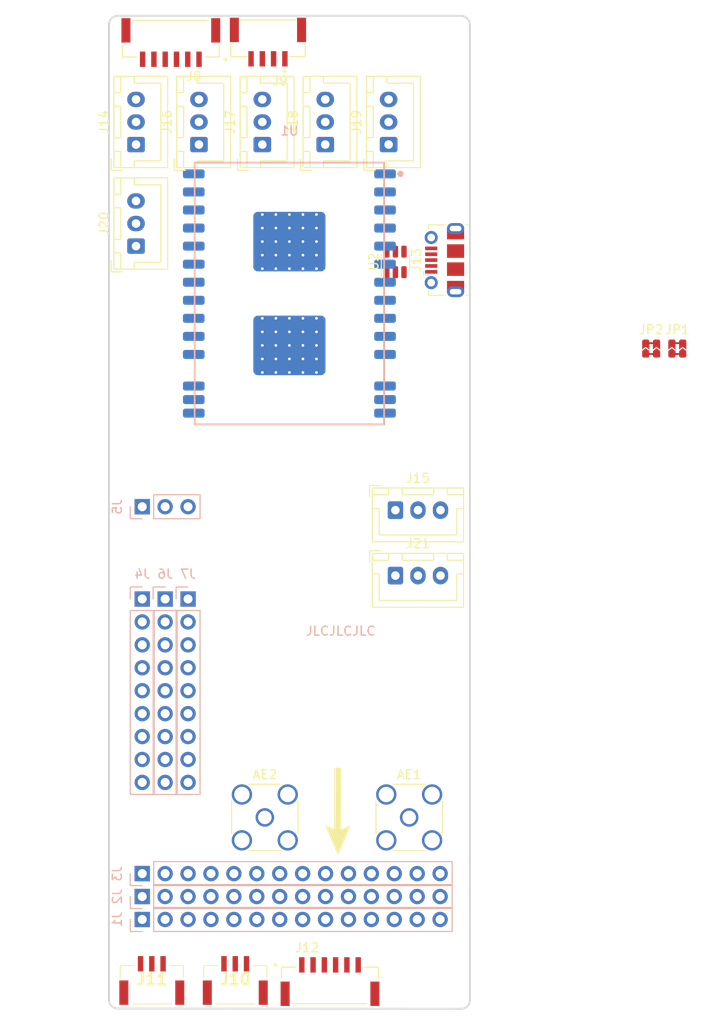
<source format=kicad_pcb>
(kicad_pcb (version 20240108) (generator "pcbnew") (generator_version "8.0")
  (layers (0 "F.Cu" signal) (1 "In1.Cu" power) (2 "In2.Cu" power) (31 "B.Cu" signal) (34 "B.Paste" user) (35 "F.Paste" user) (36 "B.SilkS" user "B.Silkscreen") (37 "F.SilkS" user "F.Silkscreen") (38 "B.Mask" user) (39 "F.Mask" user) (44 "Edge.Cuts" user))
  (net 0 "")
  (net 1 "+5V")
  (net 2 "GND")
  (net 3 "+9V")
  (net 4 "/LED")
  (net 5 "/Peripheral_Breakouts/Tx8")
  (net 6 "/Peripheral_Breakouts/Rx8")
  (net 7 "/Peripheral_Breakouts/Tx4")
  (net 8 "/Peripheral_Breakouts/Rx4")
  (net 9 "/Peripheral_Breakouts/Tx6")
  (net 10 "/Peripheral_Breakouts/Rx6")
  (net 11 "/Peripheral_Breakouts/4v5")
  (net 12 "/Peripheral_Breakouts/Vx")
  (net 13 "/Peripheral_Breakouts/S12")
  (net 14 "/Peripheral_Breakouts/Tx3")
  (net 15 "/Peripheral_Breakouts/Rx3")
  (net 16 "/Peripheral_Breakouts/DA1")
  (net 17 "/Peripheral_Breakouts/CL1")
  (net 18 "/Peripheral_Breakouts/Tx2")
  (net 19 "/Peripheral_Breakouts/Rx2")
  (net 20 "/Peripheral_Breakouts/S11")
  (net 21 "/Servo_Outputs/S10")
  (net 22 "/Servo_Outputs/S9")
  (net 23 "/Servo_Outputs/S8")
  (net 24 "/Servo_Outputs/S7")
  (net 25 "/Connector_Breakouts/4v5")
  (net 26 "/Connector_Breakouts/Rx6")
  (net 27 "/Connector_Breakouts/Tx4")
  (net 28 "/RFD900ux/SWO")
  (net 29 "/RFD900ux/P3.3")
  (net 30 "/RFD900ux/P3.4")
  (net 31 "/RFD900ux/P3.5")
  (net 32 "/RFD900ux/3.3Vout_LDO")
  (net 33 "/RFD900ux/P1.0")
  (net 34 "/RFD900ux/P1.1")
  (net 35 "/RFD900ux/P1.2")
  (net 36 "/RFD900ux/P1.3")
  (net 37 "/RFD900ux/SiRX")
  (net 38 "/RFD900ux/SiTX")
  (net 39 "/RFD900ux/SiRTS")
  (net 40 "/RFD900ux/SiCTS")
  (net 41 "/RFD900ux/ANT2")
  (net 42 "/RFD900ux/ANT1")
  (net 45 "VBUS")
  (net 46 "/RFD900ux/USB2_D-")
  (net 47 "/RFD900ux/USB2_D+")
  (net 49 "/RFD900ux/USB_D+")
  (net 50 "/RFD900ux/USB_D-")
  (net 51 "/VTX_Out")
  (net 52 "/Camera1")
  (net 53 "/Tx7")
  (net 54 "/Camera2")
  (net 55 "/Cts7")
  (net 56 "/Rx7")
  (net 57 "/Tx1")
  (net 58 "/Rts7")
  (net 59 "/Vsw")
  (net 60 "/Rx1")
  (net 61 "/Connector_Breakouts/Servo1_PWM")
  (net 62 "/Connector_Breakouts/Servo_PWR")
  (net 63 "/Connector_Breakouts/Servo5_PWM")
  (net 64 "/Connector_Breakouts/Servo3_PWM")
  (net 65 "/Connector_Breakouts/Servo4_PWM")
  (net 66 "/Connector_Breakouts/Servo2_PWM")
  (net 67 "/Connector_Breakouts/Servo6_PWM")
  (net 68 "/Audio_Out")
  (footprint "LOGO" (layer "F.Cu") (at 130.151 157.404 -90)
    (property "Reference" "G***" (hide yes))
    (property "Value" "LOGO" (hide yes))
  )
  (footprint "Footprints:JST_SM03B-GHS-TB(LF)(SN)-" (layer "F.Cu") (at 109.75 175.1)
    (property "Reference" "J11" (at 0 0.858 360) (layer "F.SilkS") (effects (font (size 1.27 1.27) (thickness 0.254))))
    (property "Value" "SM03B-GHS-TB(LF)(SN)-" (hide yes))
    (pad "1" smd rect (at -1.25 -0.85) (size 0.6 1.7) (layers "F.Cu" "F.Paste" "F.Mask") (net 59 "/Vsw"))
    (pad "2" smd rect (at 0 -0.85) (size 0.6 1.7) (layers "F.Cu" "F.Paste" "F.Mask") (net 2 "GND"))
    (pad "3" smd rect (at 1.25 -0.85) (size 0.6 1.7) (layers "F.Cu" "F.Paste" "F.Mask") (net 54 "/Camera2"))
    (pad "4" smd rect (at 3.1 2.35) (size 1 2.7) (layers "F.Cu" "F.Paste" "F.Mask"))
    (pad "5" smd rect (at -3.1 2.35) (size 1 2.7) (layers "F.Cu" "F.Paste" "F.Mask"))
  )
  (footprint "Footprints:JST_SM04B-GHS-TB(LF)(SN)-" (layer "F.Cu") (at 122.625 71.725 180)
    (property "Reference" "J9" (at -1.32721 -4.71786 360) (layer "F.SilkS") (effects (font (size 1.001669 1.001669))))
    (property "Value" "SM04B-GHS-TB(LF)(SN)-")
    (pad "1" smd rect (at -1.875 -2.275 270) (size 1.7 0.6) (layers "F.Cu" "F.Paste" "F.Mask") (net 2 "GND"))
    (pad "2" smd rect (at -0.625 -2.275 270) (size 1.7 0.6) (layers "F.Cu" "F.Paste" "F.Mask") (net 25 "/Connector_Breakouts/4v5"))
    (pad "3" smd rect (at 0.625 -2.275 270) (size 1.7 0.6) (layers "F.Cu" "F.Paste" "F.Mask") (net 26 "/Connector_Breakouts/Rx6"))
    (pad "4" smd rect (at 1.875 -2.275 270) (size 1.7 0.6) (layers "F.Cu" "F.Paste" "F.Mask") (net 27 "/Connector_Breakouts/Tx4"))
    (pad "5" smd rect (at 3.725 0.925 270) (size 2.7 1) (layers "F.Cu" "F.Paste" "F.Mask"))
    (pad "6" smd rect (at -3.725 0.925 270) (size 2.7 1) (layers "F.Cu" "F.Paste" "F.Mask"))
  )
  (footprint "Connector_Coaxial:SMA_Amphenol_132134-16_Vertical" (layer "F.Cu") (at 122.277 158.039)
    (property "Reference" "AE2" (at 0 -4.75 0) (layer "F.SilkS"))
    (property "Value" "Antenna_Shield")
    (pad "1" thru_hole circle (at 0 0) (size 2.05 2.05) (drill 1.5) (layers "*.Cu" "*.Mask") (net 42 "/RFD900ux/ANT1"))
    (pad "2" thru_hole circle (at -2.54 -2.54) (size 2.25 2.25) (drill 1.7) (layers "*.Cu" "*.Mask") (net 2 "GND"))
    (pad "2" thru_hole circle (at -2.54 2.54) (size 2.25 2.25) (drill 1.7) (layers "*.Cu" "*.Mask") (net 2 "GND"))
    (pad "2" thru_hole circle (at 2.54 -2.54) (size 2.25 2.25) (drill 1.7) (layers "*.Cu" "*.Mask") (net 2 "GND"))
    (pad "2" thru_hole circle (at 2.54 2.54) (size 2.25 2.25) (drill 1.7) (layers "*.Cu" "*.Mask") (net 2 "GND"))
  )
  (footprint "Connector_JST:JST_XH_B3B-XH-A_1x03_P2.50mm_Vertical" (layer "F.Cu") (at 108 83.5 90)
    (property "Reference" "J14" (at 2.5 -3.55 90) (layer "F.SilkS"))
    (property "Value" "JST 3 Pin")
    (pad "1" thru_hole roundrect (at 0 0 90) (size 1.7 1.95) (drill 0.95) (layers "*.Cu" "*.Mask") (roundrect_rratio 0.147059) (net 62 "/Connector_Breakouts/Servo_PWR"))
    (pad "2" thru_hole oval (at 2.5 0 90) (size 1.7 1.95) (drill 0.95) (layers "*.Cu" "*.Mask") (net 61 "/Connector_Breakouts/Servo1_PWM"))
    (pad "3" thru_hole oval (at 5 0 90) (size 1.7 1.95) (drill 0.95) (layers "*.Cu" "*.Mask") (net 2 "GND"))
  )
  (footprint "Footprints:UART_Switch" (layer "F.Cu") (at 168 106.1)
    (property "Reference" "JP1" (at 0 -2.1 0) (layer "F.SilkS"))
    (property "Value" "UART_Switch")
    (fp_poly (pts (xy -0.2 0.11) (xy -0.61 -0.2) (xy -1 0.11) (xy -1 -0.43) (xy -0.2 -0.43)) (fill solid) (layer "F.Cu"))
    (fp_poly (pts (xy -0.2 0.27) (xy -0.2 0.46) (xy -1 0.46) (xy -1 0.27) (xy -0.61 -0.04)) (fill solid) (layer "F.Cu"))
    (fp_poly (pts (xy 1 0.11) (xy 0.59 -0.2) (xy 0.2 0.11) (xy 0.2 -0.43) (xy 1 -0.43)) (fill solid) (layer "F.Cu"))
    (fp_poly (pts (xy 1 0.27) (xy 1 0.46) (xy 0.2 0.46) (xy 0.2 0.27) (xy 0.59 -0.04)) (fill solid) (layer "F.Cu"))
    (pad "" smd roundrect (at 0 -0.6) (size 0.8 0.2) (layers "F.Cu" "F.Paste" "F.Mask"))
    (pad "" smd roundrect (at 0 0.6) (size 0.8 0.2) (layers "F.Cu" "F.Paste" "F.Mask"))
    (pad "1" smd roundrect (at -0.6 -0.6) (size 0.8 0.8) (layers "F.Cu" "F.Paste" "F.Mask") (net 39 "/RFD900ux/SiRTS"))
    (pad "2" smd roundrect (at 0.6 0.6) (size 0.8 0.8) (layers "F.Cu" "F.Paste" "F.Mask"))
    (pad "3" smd roundrect (at -0.6 0.6) (size 0.8 0.8) (layers "F.Cu" "F.Paste" "F.Mask") (net 40 "/RFD900ux/SiCTS"))
    (pad "4" smd roundrect (at 0.6 -0.6) (size 0.8 0.8) (layers "F.Cu" "F.Paste" "F.Mask"))
  )
  (footprint "Footprints:JST_SM03B-GHS-TB(LF)(SN)-" (layer "F.Cu") (at 119 175.1)
    (property "Reference" "J10" (at 0 0.858 0) (layer "F.SilkS") (effects (font (size 1.27 1.27) (thickness 0.254))))
    (property "Value" "SM03B-GHS-TB(LF)(SN)-" (hide yes))
    (pad "1" smd rect (at -1.25 -0.85) (size 0.6 1.7) (layers "F.Cu" "F.Paste" "F.Mask") (net 3 "+9V"))
    (pad "2" smd rect (at 0 -0.85) (size 0.6 1.7) (layers "F.Cu" "F.Paste" "F.Mask") (net 2 "GND"))
    (pad "3" smd rect (at 1.25 -0.85) (size 0.6 1.7) (layers "F.Cu" "F.Paste" "F.Mask") (net 52 "/Camera1"))
    (pad "4" smd rect (at 3.1 2.35) (size 1 2.7) (layers "F.Cu" "F.Paste" "F.Mask"))
    (pad "5" smd rect (at -3.1 2.35) (size 1 2.7) (layers "F.Cu" "F.Paste" "F.Mask"))
  )
  (footprint "Connector_JST:JST_XH_B3B-XH-A_1x03_P2.50mm_Vertical" (layer "F.Cu") (at 136.75 124)
    (property "Reference" "J15" (at 2.5 -3.55 0) (layer "F.SilkS"))
    (property "Value" "JST 3 Pin")
    (pad "1" thru_hole roundrect (at 0 0) (size 1.7 1.95) (drill 0.95) (layers "*.Cu" "*.Mask") (roundrect_rratio 0.147059) (net 1 "+5V"))
    (pad "2" thru_hole oval (at 2.5 0) (size 1.7 1.95) (drill 0.95) (layers "*.Cu" "*.Mask") (net 4 "/LED"))
    (pad "3" thru_hole oval (at 5 0) (size 1.7 1.95) (drill 0.95) (layers "*.Cu" "*.Mask") (net 2 "GND"))
  )
  (footprint "Connector_JST:JST_XH_B3B-XH-A_1x03_P2.50mm_Vertical" (layer "F.Cu") (at 128.975 83.5 90)
    (property "Reference" "J18" (at 2.5 -3.55 90) (layer "F.SilkS"))
    (property "Value" "JST 3 Pin")
    (pad "1" thru_hole roundrect (at 0 0 90) (size 1.7 1.95) (drill 0.95) (layers "*.Cu" "*.Mask") (roundrect_rratio 0.147059) (net 62 "/Connector_Breakouts/Servo_PWR"))
    (pad "2" thru_hole oval (at 2.5 0 90) (size 1.7 1.95) (drill 0.95) (layers "*.Cu" "*.Mask") (net 65 "/Connector_Breakouts/Servo4_PWM"))
    (pad "3" thru_hole oval (at 5 0 90) (size 1.7 1.95) (drill 0.95) (layers "*.Cu" "*.Mask") (net 2 "GND"))
  )
  (footprint "Connector_JST:JST_XH_B3B-XH-A_1x03_P2.50mm_Vertical" (layer "F.Cu") (at 122 83.5 90)
    (property "Reference" "J17" (at 2.5 -3.55 90) (layer "F.SilkS"))
    (property "Value" "JST 3 Pin")
    (pad "1" thru_hole roundrect (at 0 0 90) (size 1.7 1.95) (drill 0.95) (layers "*.Cu" "*.Mask") (roundrect_rratio 0.147059) (net 62 "/Connector_Breakouts/Servo_PWR"))
    (pad "2" thru_hole oval (at 2.5 0 90) (size 1.7 1.95) (drill 0.95) (layers "*.Cu" "*.Mask") (net 64 "/Connector_Breakouts/Servo3_PWM"))
    (pad "3" thru_hole oval (at 5 0 90) (size 1.7 1.95) (drill 0.95) (layers "*.Cu" "*.Mask") (net 2 "GND"))
  )
  (footprint "Connector_JST:JST_XH_B3B-XH-A_1x03_P2.50mm_Vertical" (layer "F.Cu") (at 136 83.5 90)
    (property "Reference" "J19" (at 2.5 -3.55 90) (layer "F.SilkS"))
    (property "Value" "JST 3 Pin")
    (pad "1" thru_hole roundrect (at 0 0 90) (size 1.7 1.95) (drill 0.95) (layers "*.Cu" "*.Mask") (roundrect_rratio 0.147059) (net 62 "/Connector_Breakouts/Servo_PWR"))
    (pad "2" thru_hole oval (at 2.5 0 90) (size 1.7 1.95) (drill 0.95) (layers "*.Cu" "*.Mask") (net 63 "/Connector_Breakouts/Servo5_PWM"))
    (pad "3" thru_hole oval (at 5 0 90) (size 1.7 1.95) (drill 0.95) (layers "*.Cu" "*.Mask") (net 2 "GND"))
  )
  (footprint "Connector_USB:USB_Micro-B_Molex-105017-0001" (layer "F.Cu") (at 142.1825 96.3 90)
    (property "Reference" "J13" (at 0 -3.1125 90) (layer "F.SilkS"))
    (property "Value" "USB_B_Micro")
    (pad "1" smd rect (at -1.3 -1.4625 90) (size 0.4 1.35) (layers "F.Cu" "F.Paste" "F.Mask") (net 45 "VBUS"))
    (pad "2" smd rect (at -0.65 -1.4625 90) (size 0.4 1.35) (layers "F.Cu" "F.Paste" "F.Mask") (net 46 "/RFD900ux/USB2_D-"))
    (pad "3" smd rect (at 0 -1.4625 90) (size 0.4 1.35) (layers "F.Cu" "F.Paste" "F.Mask") (net 47 "/RFD900ux/USB2_D+"))
    (pad "4" smd rect (at 0.65 -1.4625 90) (size 0.4 1.35) (layers "F.Cu" "F.Paste" "F.Mask"))
    (pad "5" smd rect (at 1.3 -1.4625 90) (size 0.4 1.35) (layers "F.Cu" "F.Paste" "F.Mask") (net 2 "GND"))
    (pad "6" thru_hole oval (at -3.5 1.2375 270) (size 1.2 1.9) (drill oval 0.6 1.3) (layers "*.Cu" "*.Mask") (net 2 "GND"))
    (pad "6" smd rect (at -2.9 1.2375 90) (size 1.2 1.9) (layers "F.Cu" "F.Mask") (net 2 "GND"))
    (pad "6" thru_hole circle (at -2.5 -1.4625 90) (size 1.45 1.45) (drill 0.85) (layers "*.Cu" "*.Mask") (net 2 "GND"))
    (pad "6" smd rect (at -1 1.2375 90) (size 1.5 1.9) (layers "F.Cu" "F.Paste" "F.Mask") (net 2 "GND"))
    (pad "6" smd rect (at 1 1.2375 90) (size 1.5 1.9) (layers "F.Cu" "F.Paste" "F.Mask") (net 2 "GND"))
    (pad "6" thru_hole circle (at 2.5 -1.4625 90) (size 1.45 1.45) (drill 0.85) (layers "*.Cu" "*.Mask") (net 2 "GND"))
    (pad "6" smd rect (at 2.9 1.2375 90) (size 1.2 1.9) (layers "F.Cu" "F.Mask") (net 2 "GND"))
    (pad "6" thru_hole oval (at 3.5 1.2375 90) (size 1.2 1.9) (drill oval 0.6 1.3) (layers "*.Cu" "*.Mask") (net 2 "GND"))
  )
  (footprint "Footprints:JST_SM06B-GHS-TB(LF)(SN)" (layer "F.Cu") (at 129.5 176.25)
    (property "Reference" "J12" (at -2.54 -3.78 0) (layer "F.SilkS"))
    (property "Value" "SM06B-GHS-TB(LF)(SN)")
    (pad "1" smd rect (at -3.125 -1.875 180) (size 0.6 1.7) (layers "F.Cu" "F.Paste" "F.Mask") (net 2 "GND"))
    (pad "2" smd rect (at -1.875 -1.875 180) (size 0.6 1.7) (layers "F.Cu" "F.Paste" "F.Mask") (net 2 "GND"))
    (pad "3" smd rect (at -0.625 -1.875 180) (size 0.6 1.7) (layers "F.Cu" "F.Paste" "F.Mask") (net 68 "/Audio_Out"))
    (pad "4" smd rect (at 0.625 -1.875 180) (size 0.6 1.7) (layers "F.Cu" "F.Paste" "F.Mask") (net 51 "/VTX_Out"))
    (pad "5" smd rect (at 1.875 -1.875 180) (size 0.6 1.7) (layers "F.Cu" "F.Paste" "F.Mask") (net 2 "GND"))
    (pad "6" smd rect (at 3.125 -1.875 180) (size 0.6 1.7) (layers "F.Cu" "F.Paste" "F.Mask") (net 3 "+9V"))
    (pad "S1" smd rect (at -4.975 1.325 180) (size 1 2.7) (layers "F.Cu" "F.Paste" "F.Mask") (net 2 "GND"))
    (pad "S2" smd rect (at 4.975 1.325 180) (size 1 2.7) (layers "F.Cu" "F.Paste" "F.Mask") (net 2 "GND"))
  )
  (footprint "Footprints:JST_SM06B-GHS-TB(LF)(SN)" (layer "F.Cu") (at 111.85875 72.175 180)
    (property "Reference" "J8" (at -2.54 -3.78 360) (layer "F.SilkS"))
    (property "Value" "SM06B-GHS-TB(LF)(SN)")
    (pad "1" smd rect (at -3.125 -1.875) (size 0.6 1.7) (layers "F.Cu" "F.Paste" "F.Mask") (net 1 "+5V"))
    (pad "2" smd rect (at -1.875 -1.875) (size 0.6 1.7) (layers "F.Cu" "F.Paste" "F.Mask") (net 53 "/Tx7"))
    (pad "3" smd rect (at -0.625 -1.875) (size 0.6 1.7) (layers "F.Cu" "F.Paste" "F.Mask") (net 56 "/Rx7"))
    (pad "4" smd rect (at 0.625 -1.875) (size 0.6 1.7) (layers "F.Cu" "F.Paste" "F.Mask") (net 58 "/Rts7"))
    (pad "5" smd rect (at 1.875 -1.875) (size 0.6 1.7) (layers "F.Cu" "F.Paste" "F.Mask") (net 55 "/Cts7"))
    (pad "6" smd rect (at 3.125 -1.875) (size 0.6 1.7) (layers "F.Cu" "F.Paste" "F.Mask") (net 2 "GND"))
    (pad "S1" smd rect (at -4.975 1.325) (size 1 2.7) (layers "F.Cu" "F.Paste" "F.Mask") (net 2 "GND"))
    (pad "S2" smd rect (at 4.975 1.325) (size 1 2.7) (layers "F.Cu" "F.Paste" "F.Mask") (net 2 "GND"))
  )
  (footprint "Connector_JST:JST_XH_B3B-XH-A_1x03_P2.50mm_Vertical" (layer "F.Cu") (at 136.75 131.25)
    (property "Reference" "J21" (at 2.5 -3.55 0) (layer "F.SilkS"))
    (property "Value" "JST 3 Pin")
    (pad "1" thru_hole roundrect (at 0 0) (size 1.7 1.95) (drill 0.95) (layers "*.Cu" "*.Mask") (roundrect_rratio 0.147059) (net 1 "+5V"))
    (pad "2" thru_hole oval (at 2.5 0) (size 1.7 1.95) (drill 0.95) (layers "*.Cu" "*.Mask") (net 4 "/LED"))
    (pad "3" thru_hole oval (at 5 0) (size 1.7 1.95) (drill 0.95) (layers "*.Cu" "*.Mask") (net 2 "GND"))
  )
  (footprint "Connector_Coaxial:SMA_Amphenol_132134-16_Vertical" (layer "F.Cu") (at 138.279 158.039)
    (property "Reference" "AE1" (at 0 -4.75 0) (layer "F.SilkS"))
    (property "Value" "Antenna_Shield")
    (pad "1" thru_hole circle (at 0 0) (size 2.05 2.05) (drill 1.5) (layers "*.Cu" "*.Mask") (net 41 "/RFD900ux/ANT2"))
    (pad "2" thru_hole circle (at -2.54 -2.54) (size 2.25 2.25) (drill 1.7) (layers "*.Cu" "*.Mask") (net 2 "GND"))
    (pad "2" thru_hole circle (at -2.54 2.54) (size 2.25 2.25) (drill 1.7) (layers "*.Cu" "*.Mask") (net 2 "GND"))
    (pad "2" thru_hole circle (at 2.54 -2.54) (size 2.25 2.25) (drill 1.7) (layers "*.Cu" "*.Mask") (net 2 "GND"))
    (pad "2" thru_hole circle (at 2.54 2.54) (size 2.25 2.25) (drill 1.7) (layers "*.Cu" "*.Mask") (net 2 "GND"))
  )
  (footprint "Connector_JST:JST_XH_B3B-XH-A_1x03_P2.50mm_Vertical" (layer "F.Cu") (at 108 94.75 90)
    (property "Reference" "J20" (at 2.5 -3.55 90) (layer "F.SilkS"))
    (property "Value" "JST 3 Pin")
    (pad "1" thru_hole roundrect (at 0 0 90) (size 1.7 1.95) (drill 0.95) (layers "*.Cu" "*.Mask") (roundrect_rratio 0.147059) (net 62 "/Connector_Breakouts/Servo_PWR"))
    (pad "2" thru_hole oval (at 2.5 0 90) (size 1.7 1.95) (drill 0.95) (layers "*.Cu" "*.Mask") (net 67 "/Connector_Breakouts/Servo6_PWM"))
    (pad "3" thru_hole oval (at 5 0 90) (size 1.7 1.95) (drill 0.95) (layers "*.Cu" "*.Mask") (net 2 "GND"))
  )
  (footprint "Footprints:UART_Switch" (layer "F.Cu") (at 165.1 106.1)
    (property "Reference" "JP2" (at 0 -2.1 0) (layer "F.SilkS"))
    (property "Value" "UART_Switch")
    (fp_poly (pts (xy -0.2 0.11) (xy -0.61 -0.2) (xy -1 0.11) (xy -1 -0.43) (xy -0.2 -0.43)) (fill solid) (layer "F.Cu"))
    (fp_poly (pts (xy -0.2 0.27) (xy -0.2 0.46) (xy -1 0.46) (xy -1 0.27) (xy -0.61 -0.04)) (fill solid) (layer "F.Cu"))
    (fp_poly (pts (xy 1 0.11) (xy 0.59 -0.2) (xy 0.2 0.11) (xy 0.2 -0.43) (xy 1 -0.43)) (fill solid) (layer "F.Cu"))
    (fp_poly (pts (xy 1 0.27) (xy 1 0.46) (xy 0.2 0.46) (xy 0.2 0.27) (xy 0.59 -0.04)) (fill solid) (layer "F.Cu"))
    (pad "" smd roundrect (at 0 -0.6) (size 0.8 0.2) (layers "F.Cu" "F.Paste" "F.Mask"))
    (pad "" smd roundrect (at 0 0.6) (size 0.8 0.2) (layers "F.Cu" "F.Paste" "F.Mask"))
    (pad "1" smd roundrect (at -0.6 -0.6) (size 0.8 0.8) (layers "F.Cu" "F.Paste" "F.Mask") (net 38 "/RFD900ux/SiTX"))
    (pad "2" smd roundrect (at 0.6 0.6) (size 0.8 0.8) (layers "F.Cu" "F.Paste" "F.Mask") (net 57 "/Tx1"))
    (pad "3" smd roundrect (at -0.6 0.6) (size 0.8 0.8) (layers "F.Cu" "F.Paste" "F.Mask") (net 37 "/RFD900ux/SiRX"))
    (pad "4" smd roundrect (at 0.6 -0.6) (size 0.8 0.8) (layers "F.Cu" "F.Paste" "F.Mask") (net 60 "/Rx1"))
  )
  (footprint "Package_TO_SOT_SMD:SOT-23-6" (layer "F.Cu") (at 136.75 96.5 90)
    (property "Reference" "U2" (at 0 -2.4 90) (layer "F.SilkS"))
    (property "Value" "USBLC6-2SC6")
    (pad "1" smd roundrect (at -1.1375 -0.95 90) (size 1.325 0.6) (layers "F.Cu" "F.Paste" "F.Mask") (net 47 "/RFD900ux/USB2_D+"))
    (pad "2" smd roundrect (at -1.1375 0 90) (size 1.325 0.6) (layers "F.Cu" "F.Paste" "F.Mask") (net 2 "GND"))
    (pad "3" smd roundrect (at -1.1375 0.95 90) (size 1.325 0.6) (layers "F.Cu" "F.Paste" "F.Mask") (net 46 "/RFD900ux/USB2_D-"))
    (pad "4" smd roundrect (at 1.1375 0.95 90) (size 1.325 0.6) (layers "F.Cu" "F.Paste" "F.Mask") (net 50 "/RFD900ux/USB_D-"))
    (pad "5" smd roundrect (at 1.1375 0 90) (size 1.325 0.6) (layers "F.Cu" "F.Paste" "F.Mask") (net 45 "VBUS"))
    (pad "6" smd roundrect (at 1.1375 -0.95 90) (size 1.325 0.6) (layers "F.Cu" "F.Paste" "F.Mask") (net 49 "/RFD900ux/USB_D+"))
  )
  (footprint "Connector_JST:JST_XH_B3B-XH-A_1x03_P2.50mm_Vertical" (layer "F.Cu") (at 114.975 83.5 90)
    (property "Reference" "J16" (at 2.5 -3.55 90) (layer "F.SilkS"))
    (property "Value" "JST 3 Pin")
    (pad "1" thru_hole roundrect (at 0 0 90) (size 1.7 1.95) (drill 0.95) (layers "*.Cu" "*.Mask") (roundrect_rratio 0.147059) (net 62 "/Connector_Breakouts/Servo_PWR"))
    (pad "2" thru_hole oval (at 2.5 0 90) (size 1.7 1.95) (drill 0.95) (layers "*.Cu" "*.Mask") (net 66 "/Connector_Breakouts/Servo2_PWM"))
    (pad "3" thru_hole oval (at 5 0 90) (size 1.7 1.95) (drill 0.95) (layers "*.Cu" "*.Mask") (net 2 "GND"))
  )
  (footprint "Connector_PinSocket_2.54mm:PinSocket_1x09_P2.54mm_Vertical" (layer "B.Cu") (at 111.228 133.842 180)
    (property "Reference" "J6" (at 0 2.77 0) (layer "B.SilkS") (effects (justify mirror)))
    (property "Value" "Conn_01x09")
    (pad "1" thru_hole rect (at 0 0 180) (size 1.7 1.7) (drill 1) (layers "*.Cu" "*.Mask") (net 62 "/Connector_Breakouts/Servo_PWR"))
    (pad "2" thru_hole oval (at 0 -2.54 180) (size 1.7 1.7) (drill 1) (layers "*.Cu" "*.Mask") (net 62 "/Connector_Breakouts/Servo_PWR"))
    (pad "3" thru_hole oval (at 0 -5.08 180) (size 1.7 1.7) (drill 1) (layers "*.Cu" "*.Mask") (net 62 "/Connector_Breakouts/Servo_PWR"))
    (pad "4" thru_hole oval (at 0 -7.62 180) (size 1.7 1.7) (drill 1) (layers "*.Cu" "*.Mask") (net 62 "/Connector_Breakouts/Servo_PWR"))
    (pad "5" thru_hole oval (at 0 -10.16 180) (size 1.7 1.7) (drill 1) (layers "*.Cu" "*.Mask") (net 62 "/Connector_Breakouts/Servo_PWR"))
    (pad "6" thru_hole oval (at 0 -12.7 180) (size 1.7 1.7) (drill 1) (layers "*.Cu" "*.Mask") (net 62 "/Connector_Breakouts/Servo_PWR"))
    (pad "7" thru_hole oval (at 0 -15.24 180) (size 1.7 1.7) (drill 1) (layers "*.Cu" "*.Mask") (net 62 "/Connector_Breakouts/Servo_PWR"))
    (pad "8" thru_hole oval (at 0 -17.78 180) (size 1.7 1.7) (drill 1) (layers "*.Cu" "*.Mask") (net 62 "/Connector_Breakouts/Servo_PWR"))
    (pad "9" thru_hole oval (at 0 -20.32 180) (size 1.7 1.7) (drill 1) (layers "*.Cu" "*.Mask") (net 62 "/Connector_Breakouts/Servo_PWR"))
  )
  (footprint "Connector_PinSocket_2.54mm:PinSocket_1x14_P2.54mm_Vertical" (layer "B.Cu") (at 108.688 169.342 -90)
    (property "Reference" "J1" (at 0 2.77 90) (layer "B.SilkS") (effects (justify mirror)))
    (property "Value" "Conn_01x14")
    (pad "1" thru_hole rect (at 0 0 270) (size 1.7 1.7) (drill 1) (layers "*.Cu" "*.Mask") (net 2 "GND"))
    (pad "2" thru_hole oval (at 0 -2.54 270) (size 1.7 1.7) (drill 1) (layers "*.Cu" "*.Mask") (net 1 "+5V"))
    (pad "3" thru_hole oval (at 0 -5.08 270) (size 1.7 1.7) (drill 1) (layers "*.Cu" "*.Mask") (net 4 "/LED"))
    (pad "4" thru_hole oval (at 0 -7.62 270) (size 1.7 1.7) (drill 1) (layers "*.Cu" "*.Mask") (net 51 "/VTX_Out"))
    (pad "5" thru_hole oval (at 0 -10.16 270) (size 1.7 1.7) (drill 1) (layers "*.Cu" "*.Mask") (net 3 "+9V"))
    (pad "6" thru_hole oval (at 0 -12.7 270) (size 1.7 1.7) (drill 1) (layers "*.Cu" "*.Mask") (net 2 "GND"))
    (pad "7" thru_hole oval (at 0 -15.24 270) (size 1.7 1.7) (drill 1) (layers "*.Cu" "*.Mask") (net 5 "/Peripheral_Breakouts/Tx8"))
    (pad "8" thru_hole oval (at 0 -17.78 270) (size 1.7 1.7) (drill 1) (layers "*.Cu" "*.Mask") (net 6 "/Peripheral_Breakouts/Rx8"))
    (pad "9" thru_hole oval (at 0 -20.32 270) (size 1.7 1.7) (drill 1) (layers "*.Cu" "*.Mask") (net 7 "/Peripheral_Breakouts/Tx4"))
    (pad "10" thru_hole oval (at 0 -22.86 270) (size 1.7 1.7) (drill 1) (layers "*.Cu" "*.Mask") (net 8 "/Peripheral_Breakouts/Rx4"))
    (pad "11" thru_hole oval (at 0 -25.4 270) (size 1.7 1.7) (drill 1) (layers "*.Cu" "*.Mask") (net 9 "/Peripheral_Breakouts/Tx6"))
    (pad "12" thru_hole oval (at 0 -27.94 270) (size 1.7 1.7) (drill 1) (layers "*.Cu" "*.Mask") (net 10 "/Peripheral_Breakouts/Rx6"))
    (pad "13" thru_hole oval (at 0 -30.48 270) (size 1.7 1.7) (drill 1) (layers "*.Cu" "*.Mask") (net 11 "/Peripheral_Breakouts/4v5"))
    (pad "14" thru_hole oval (at 0 -33.02 270) (size 1.7 1.7) (drill 1) (layers "*.Cu" "*.Mask") (net 2 "GND"))
  )
  (footprint "Connector_PinSocket_2.54mm:PinSocket_1x09_P2.54mm_Vertical" (layer "B.Cu") (at 108.688 133.842 180)
    (property "Reference" "J4" (at 0 2.77 0) (layer "B.SilkS") (effects (justify mirror)))
    (property "Value" "Conn_01x09")
    (pad "1" thru_hole rect (at 0 0 180) (size 1.7 1.7) (drill 1) (layers "*.Cu" "*.Mask") (net 2 "GND"))
    (pad "2" thru_hole oval (at 0 -2.54 180) (size 1.7 1.7) (drill 1) (layers "*.Cu" "*.Mask") (net 2 "GND"))
    (pad "3" thru_hole oval (at 0 -5.08 180) (size 1.7 1.7) (drill 1) (layers "*.Cu" "*.Mask") (net 2 "GND"))
    (pad "4" thru_hole oval (at 0 -7.62 180) (size 1.7 1.7) (drill 1) (layers "*.Cu" "*.Mask") (net 2 "GND"))
    (pad "5" thru_hole oval (at 0 -10.16 180) (size 1.7 1.7) (drill 1) (layers "*.Cu" "*.Mask") (net 2 "GND"))
    (pad "6" thru_hole oval (at 0 -12.7 180) (size 1.7 1.7) (drill 1) (layers "*.Cu" "*.Mask") (net 2 "GND"))
    (pad "7" thru_hole oval (at 0 -15.24 180) (size 1.7 1.7) (drill 1) (layers "*.Cu" "*.Mask") (net 2 "GND"))
    (pad "8" thru_hole oval (at 0 -17.78 180) (size 1.7 1.7) (drill 1) (layers "*.Cu" "*.Mask") (net 2 "GND"))
    (pad "9" thru_hole oval (at 0 -20.32 180) (size 1.7 1.7) (drill 1) (layers "*.Cu" "*.Mask") (net 2 "GND"))
  )
  (footprint "Connector_PinSocket_2.54mm:PinSocket_1x09_P2.54mm_Vertical" (layer "B.Cu") (at 113.768 133.842 180)
    (property "Reference" "J7" (at 0 2.77 0) (layer "B.SilkS") (effects (justify mirror)))
    (property "Value" "Conn_01x09")
    (pad "1" thru_hole rect (at 0 0 180) (size 1.7 1.7) (drill 1) (layers "*.Cu" "*.Mask") (net 66 "/Connector_Breakouts/Servo2_PWM"))
    (pad "2" thru_hole oval (at 0 -2.54 180) (size 1.7 1.7) (drill 1) (layers "*.Cu" "*.Mask") (net 64 "/Connector_Breakouts/Servo3_PWM"))
    (pad "3" thru_hole oval (at 0 -5.08 180) (size 1.7 1.7) (drill 1) (layers "*.Cu" "*.Mask") (net 65 "/Connector_Breakouts/Servo4_PWM"))
    (pad "4" thru_hole oval (at 0 -7.62 180) (size 1.7 1.7) (drill 1) (layers "*.Cu" "*.Mask") (net 63 "/Connector_Breakouts/Servo5_PWM"))
    (pad "5" thru_hole oval (at 0 -10.16 180) (size 1.7 1.7) (drill 1) (layers "*.Cu" "*.Mask") (net 67 "/Connector_Breakouts/Servo6_PWM"))
    (pad "6" thru_hole oval (at 0 -12.7 180) (size 1.7 1.7) (drill 1) (layers "*.Cu" "*.Mask") (net 24 "/Servo_Outputs/S7"))
    (pad "7" thru_hole oval (at 0 -15.24 180) (size 1.7 1.7) (drill 1) (layers "*.Cu" "*.Mask") (net 23 "/Servo_Outputs/S8"))
    (pad "8" thru_hole oval (at 0 -17.78 180) (size 1.7 1.7) (drill 1) (layers "*.Cu" "*.Mask") (net 22 "/Servo_Outputs/S9"))
    (pad "9" thru_hole oval (at 0 -20.32 180) (size 1.7 1.7) (drill 1) (layers "*.Cu" "*.Mask") (net 21 "/Servo_Outputs/S10"))
  )
  (footprint "Connector_PinSocket_2.54mm:PinSocket_1x14_P2.54mm_Vertical" (layer "B.Cu") (at 108.688 166.802 -90)
    (property "Reference" "J2" (at 0 2.77 90) (layer "B.SilkS") (effects (justify mirror)))
    (property "Value" "Conn_01x14")
    (pad "1" thru_hole rect (at 0 0 270) (size 1.7 1.7) (drill 1) (layers "*.Cu" "*.Mask") (net 2 "GND"))
    (pad "2" thru_hole oval (at 0 -2.54 270) (size 1.7 1.7) (drill 1) (layers "*.Cu" "*.Mask") (net 12 "/Peripheral_Breakouts/Vx"))
    (pad "3" thru_hole oval (at 0 -5.08 270) (size 1.7 1.7) (drill 1) (layers "*.Cu" "*.Mask") (net 13 "/Peripheral_Breakouts/S12"))
    (pad "4" thru_hole oval (at 0 -7.62 270) (size 1.7 1.7) (drill 1) (layers "*.Cu" "*.Mask") (net 52 "/Camera1"))
    (pad "5" thru_hole oval (at 0 -10.16 270) (size 1.7 1.7) (drill 1) (layers "*.Cu" "*.Mask") (net 3 "+9V"))
    (pad "6" thru_hole oval (at 0 -12.7 270) (size 1.7 1.7) (drill 1) (layers "*.Cu" "*.Mask") (net 2 "GND"))
    (pad "7" thru_hole oval (at 0 -15.24 270) (size 1.7 1.7) (drill 1) (layers "*.Cu" "*.Mask") (net 14 "/Peripheral_Breakouts/Tx3"))
    (pad "8" thru_hole oval (at 0 -17.78 270) (size 1.7 1.7) (drill 1) (layers "*.Cu" "*.Mask") (net 15 "/Peripheral_Breakouts/Rx3"))
    (pad "9" thru_hole oval (at 0 -20.32 270) (size 1.7 1.7) (drill 1) (layers "*.Cu" "*.Mask") (net 16 "/Peripheral_Breakouts/DA1"))
    (pad "10" thru_hole oval (at 0 -22.86 270) (size 1.7 1.7) (drill 1) (layers "*.Cu" "*.Mask") (net 17 "/Peripheral_Breakouts/CL1"))
    (pad "11" thru_hole oval (at 0 -25.4 270) (size 1.7 1.7) (drill 1) (layers "*.Cu" "*.Mask") (net 18 "/Peripheral_Breakouts/Tx2"))
    (pad "12" thru_hole oval (at 0 -27.94 270) (size 1.7 1.7) (drill 1) (layers "*.Cu" "*.Mask") (net 19 "/Peripheral_Breakouts/Rx2"))
    (pad "13" thru_hole oval (at 0 -30.48 270) (size 1.7 1.7) (drill 1) (layers "*.Cu" "*.Mask") (net 11 "/Peripheral_Breakouts/4v5"))
    (pad "14" thru_hole oval (at 0 -33.02 270) (size 1.7 1.7) (drill 1) (layers "*.Cu" "*.Mask") (net 2 "GND"))
  )
  (footprint "Connector_PinSocket_2.54mm:PinSocket_1x03_P2.54mm_Vertical" (layer "B.Cu") (at 108.688 123.622 -90)
    (property "Reference" "J5" (at 0 2.77 90) (layer "B.SilkS") (effects (justify mirror)))
    (property "Value" "Conn_01x03")
    (pad "1" thru_hole rect (at 0 0 270) (size 1.7 1.7) (drill 1) (layers "*.Cu" "*.Mask") (net 2 "GND"))
    (pad "2" thru_hole oval (at 0 -2.54 270) (size 1.7 1.7) (drill 1) (layers "*.Cu" "*.Mask") (net 62 "/Connector_Breakouts/Servo_PWR"))
    (pad "3" thru_hole oval (at 0 -5.08 270) (size 1.7 1.7) (drill 1) (layers "*.Cu" "*.Mask") (net 61 "/Connector_Breakouts/Servo1_PWM"))
  )
  (footprint "Footprints:RFD900ux" (layer "B.Cu") (at 125 100 180)
    (property "Reference" "U1" (at 0 18.02 0) (layer "B.SilkS") (effects (justify mirror)))
    (property "Value" "RFD900ux")
    (pad "" thru_hole circle (at -3 -8.75 180) (size 0.6 0.6) (drill 0.3) (layers "*.Cu" "*.Mask"))
    (pad "" thru_hole circle (at -3 -7.25 180) (size 0.6 0.6) (drill 0.3) (layers "*.Cu" "*.Mask"))
    (pad "" thru_hole circle (at -3 -5.75 180) (size 0.6 0.6) (drill 0.3) (layers "*.Cu" "*.Mask"))
    (pad "" thru_hole circle (at -3 -4.25 180) (size 0.6 0.6) (drill 0.3) (layers "*.Cu" "*.Mask"))
    (pad "" thru_hole circle (at -3 -2.75 180) (size 0.6 0.6) (drill 0.3) (layers "*.Cu" "*.Mask"))
    (pad "" thru_hole circle (at -3 2.75 180) (size 0.6 0.6) (drill 0.3) (layers "*.Cu" "*.Mask"))
    (pad "" thru_hole circle (at -3 4.25 180) (size 0.6 0.6) (drill 0.3) (layers "*.Cu" "*.Mask"))
    (pad "" thru_hole circle (at -3 5.75 180) (size 0.6 0.6) (drill 0.3) (layers "*.Cu" "*.Mask"))
    (pad "" thru_hole circle (at -3 7.25 180) (size 0.6 0.6) (drill 0.3) (layers "*.Cu" "*.Mask"))
    (pad "" thru_hole circle (at -3 8.75 180) (size 0.6 0.6) (drill 0.3) (layers "*.Cu" "*.Mask"))
    (pad "" thru_hole circle (at -1.5 -8.75 180) (size 0.6 0.6) (drill 0.3) (layers "*.Cu" "*.Mask"))
    (pad "" thru_hole circle (at -1.5 -7.25 180) (size 0.6 0.6) (drill 0.3) (layers "*.Cu" "*.Mask"))
    (pad "" thru_hole circle (at -1.5 -5.75 180) (size 0.6 0.6) (drill 0.3) (layers "*.Cu" "*.Mask"))
    (pad "" thru_hole circle (at -1.5 -4.25 180) (size 0.6 0.6) (drill 0.3) (layers "*.Cu" "*.Mask"))
    (pad "" thru_hole circle (at -1.5 -2.75 180) (size 0.6 0.6) (drill 0.3) (layers "*.Cu" "*.Mask"))
    (pad "" thru_hole circle (at -1.5 2.75 180) (size 0.6 0.6) (drill 0.3) (layers "*.Cu" "*.Mask"))
    (pad "" thru_hole circle (at -1.5 4.25 180) (size 0.6 0.6) (drill 0.3) (layers "*.Cu" "*.Mask"))
    (pad "" thru_hole circle (at -1.5 5.75 180) (size 0.6 0.6) (drill 0.3) (layers "*.Cu" "*.Mask"))
    (pad "" thru_hole circle (at -1.5 7.25 180) (size 0.6 0.6) (drill 0.3) (layers "*.Cu" "*.Mask"))
    (pad "" thru_hole circle (at -1.5 8.75 180) (size 0.6 0.6) (drill 0.3) (layers "*.Cu" "*.Mask"))
    (pad "" thru_hole circle (at 0 -8.75 180) (size 0.6 0.6) (drill 0.3) (layers "*.Cu" "*.Mask"))
    (pad "" thru_hole circle (at 0 -7.25 180) (size 0.6 0.6) (drill 0.3) (layers "*.Cu" "*.Mask"))
    (pad "" thru_hole circle (at 0 -5.75 180) (size 0.6 0.6) (drill 0.3) (layers "*.Cu" "*.Mask"))
    (pad "" thru_hole circle (at 0 -4.25 180) (size 0.6 0.6) (drill 0.3) (layers "*.Cu" "*.Mask"))
    (pad "" thru_hole circle (at 0 -2.75 180) (size 0.6 0.6) (drill 0.3) (layers "*.Cu" "*.Mask"))
    (pad "" thru_hole circle (at 0 2.75 180) (size 0.6 0.6) (drill 0.3) (layers "*.Cu" "*.Mask"))
    (pad "" thru_hole circle (at 0 4.25 180) (size 0.6 0.6) (drill 0.3) (layers "*.Cu" "*.Mask"))
    (pad "" thru_hole circle (at 0 5.75 180) (size 0.6 0.6) (drill 0.3) (layers "*.Cu" "*.Mask"))
    (pad "" thru_hole circle (at 0 7.25 180) (size 0.6 0.6) (drill 0.3) (layers "*.Cu" "*.Mask"))
    (pad "" thru_hole circle (at 0 8.75 180) (size 0.6 0.6) (drill 0.3) (layers "*.Cu" "*.Mask"))
    (pad "" thru_hole circle (at 1.5 -8.75 180) (size 0.6 0.6) (drill 0.3) (layers "*.Cu" "*.Mask"))
    (pad "" thru_hole circle (at 1.5 -7.25 180) (size 0.6 0.6) (drill 0.3) (layers "*.Cu" "*.Mask"))
    (pad "" thru_hole circle (at 1.5 -5.75 180) (size 0.6 0.6) (drill 0.3) (layers "*.Cu" "*.Mask"))
    (pad "" thru_hole circle (at 1.5 -4.25 180) (size 0.6 0.6) (drill 0.3) (layers "*.Cu" "*.Mask"))
    (pad "" thru_hole circle (at 1.5 -2.75 180) (size 0.6 0.6) (drill 0.3) (layers "*.Cu" "*.Mask"))
    (pad "" thru_hole circle (at 1.5 2.75 180) (size 0.6 0.6) (drill 0.3) (layers "*.Cu" "*.Mask"))
    (pad "" thru_hole circle (at 1.5 4.25 180) (size 0.6 0.6) (drill 0.3) (layers "*.Cu" "*.Mask"))
    (pad "" thru_hole circle (at 1.5 5.75 180) (size 0.6 0.6) (drill 0.3) (layers "*.Cu" "*.Mask"))
    (pad "" thru_hole circle (at 1.5 7.25 180) (size 0.6 0.6) (drill 0.3) (layers "*.Cu" "*.Mask"))
    (pad "" thru_hole circle (at 1.5 8.75 180) (size 0.6 0.6) (drill 0.3) (layers "*.Cu" "*.Mask"))
    (pad "" thru_hole circle (at 3 -8.75 180) (size 0.6 0.6) (drill 0.3) (layers "*.Cu" "*.Mask"))
    (pad "" thru_hole circle (at 3 -7.25 180) (size 0.6 0.6) (drill 0.3) (layers "*.Cu" "*.Mask"))
    (pad "" thru_hole circle (at 3 -5.75 180) (size 0.6 0.6) (drill 0.3) (layers "*.Cu" "*.Mask"))
    (pad "" thru_hole circle (at 3 -4.25 180) (size 0.6 0.6) (drill 0.3) (layers "*.Cu" "*.Mask"))
    (pad "" thru_hole circle (at 3 -2.75 180) (size 0.6 0.6) (drill 0.3) (layers "*.Cu" "*.Mask"))
    (pad "" thru_hole circle (at 3 2.75 180) (size 0.6 0.6) (drill 0.3) (layers "*.Cu" "*.Mask"))
    (pad "" thru_hole circle (at 3 4.25 180) (size 0.6 0.6) (drill 0.3) (layers "*.Cu" "*.Mask"))
    (pad "" thru_hole circle (at 3 5.75 180) (size 0.6 0.6) (drill 0.3) (layers "*.Cu" "*.Mask"))
    (pad "" thru_hole circle (at 3 7.25 180) (size 0.6 0.6) (drill 0.3) (layers "*.Cu" "*.Mask"))
    (pad "" thru_hole circle (at 3 8.75 180) (size 0.6 0.6) (drill 0.3) (layers "*.Cu" "*.Mask"))
    (pad "1" smd roundrect (at -10.6 13.25 180) (size 2.4 1) (layers "B.Cu" "B.Paste" "B.Mask") (net 1 "+5V"))
    (pad "2" smd roundrect (at -10.6 11.25 180) (size 2.4 1) (layers "B.Cu" "B.Paste" "B.Mask") (net 50 "/RFD900ux/USB_D-"))
    (pad "3" smd roundrect (at -10.6 9.25 180) (size 2.4 1) (layers "B.Cu" "B.Paste" "B.Mask") (net 49 "/RFD900ux/USB_D+"))
    (pad "4" smd roundrect (at -10.6 7.25 180) (size 2.4 1) (layers "B.Cu" "B.Paste" "B.Mask") (net 28 "/RFD900ux/SWO"))
    (pad "5" smd roundrect (at -10.6 5.25 180) (size 2.4 1) (layers "B.Cu" "B.Paste" "B.Mask") (net 29 "/RFD900ux/P3.3"))
    (pad "6" smd roundrect (at -10.6 3.25 180) (size 2.4 1) (layers "B.Cu" "B.Paste" "B.Mask") (net 30 "/RFD900ux/P3.4"))
    (pad "7" smd roundrect (at -10.6 1.25 180) (size 2.4 1) (layers "B.Cu" "B.Paste" "B.Mask") (net 31 "/RFD900ux/P3.5"))
    (pad "8" smd roundrect (at -10.6 -0.75 180) (size 2.4 1) (layers "B.Cu" "B.Paste" "B.Mask") (net 2 "GND"))
    (pad "9" smd roundrect (at -10.6 -2.75 180) (size 2.4 1) (layers "B.Cu" "B.Paste" "B.Mask") (net 2 "GND"))
    (pad "10" smd roundrect (at -10.6 -4.75 180) (size 2.4 1) (layers "B.Cu" "B.Paste" "B.Mask") (net 32 "/RFD900ux/3.3Vout_LDO"))
    (pad "11" smd roundrect (at -10.6 -6.75 180) (size 2.4 1) (layers "B.Cu" "B.Paste" "B.Mask") (net 2 "GND"))
    (pad "12" smd roundrect (at -10.6 -10.25 180) (size 2.4 1) (layers "B.Cu" "B.Paste" "B.Mask") (net 2 "GND"))
    (pad "13" smd roundrect (at -10.6 -11.75 180) (size 2.4 1) (layers "B.Cu" "B.Paste" "B.Mask") (net 41 "/RFD900ux/ANT2"))
    (pad "14" smd roundrect (at -10.6 -13.25 180) (size 2.4 1) (layers "B.Cu" "B.Paste" "B.Mask") (net 2 "GND"))
    (pad "15" smd roundrect (at 10.6 -13.25 180) (size 2.4 1) (layers "B.Cu" "B.Paste" "B.Mask") (net 2 "GND"))
    (pad "16" smd roundrect (at 10.6 -11.75 180) (size 2.4 1) (layers "B.Cu" "B.Paste" "B.Mask") (net 42 "/RFD900ux/ANT1"))
    (pad "17" smd roundrect (at 10.6 -10.25 180) (size 2.4 1) (layers "B.Cu" "B.Paste" "B.Mask") (net 2 "GND"))
    (pad "18" smd roundrect (at 10.6 -6.75 180) (size 2.4 1) (layers "B.Cu" "B.Paste" "B.Mask") (net 2 "GND"))
    (pad "19" smd roundrect (at 10.6 -4.75 180) (size 2.4 1) (layers "B.Cu" "B.Paste" "B.Mask") (net 1 "+5V"))
    (pad "20" smd roundrect (at 10.6 -2.75 180) (size 2.4 1) (layers "B.Cu" "B.Paste" "B.Mask") (net 2 "GND"))
    (pad "21" smd roundrect (at 10.6 -0.75 180) (size 2.4 1) (layers "B.Cu" "B.Paste" "B.Mask") (net 33 "/RFD900ux/P1.0"))
    (pad "22" smd roundrect (at 10.6 1.25 180) (size 2.4 1) (layers "B.Cu" "B.Paste" "B.Mask") (net 34 "/RFD900ux/P1.1"))
    (pad "23" smd roundrect (at 10.6 3.25 180) (size 2.4 1) (layers "B.Cu" "B.Paste" "B.Mask") (net 35 "/RFD900ux/P1.2"))
    (pad "24" smd roundrect (at 10.6 5.25 180) (size 2.4 1) (layers "B.Cu" "B.Paste" "B.Mask") (net 36 "/RFD900ux/P1.3"))
    (pad "25" smd roundrect (at 10.6 7.25 180) (size 2.4 1) (layers "B.Cu" "B.Paste" "B.Mask") (net 37 "/RFD900ux/SiRX"))
    (pad "26" smd roundrect (at 10.6 9.25 180) (size 2.4 1) (layers "B.Cu" "B.Paste" "B.Mask") (net 38 "/RFD900ux/SiTX"))
    (pad "27" smd roundrect (at 10.6 11.25 180) (size 2.4 1) (layers "B.Cu" "B.Paste" "B.Mask") (net 39 "/RFD900ux/SiRTS"))
    (pad "28" smd roundrect (at 10.6 13.25 180) (size 2.4 1) (layers "B.Cu" "B.Paste" "B.Mask") (net 40 "/RFD900ux/SiCTS"))
    (pad "29" smd roundrect (at 0 5.75 180) (size 8 6.6) (layers "B.Cu" "B.Paste" "B.Mask") (roundrect_rratio 0.07575757576))
    (pad "30" smd roundrect (at 0 -5.75 180) (size 8 6.6) (layers "B.Cu" "B.Paste" "B.Mask") (roundrect_rratio 0.07575757576))
  )
  (footprint "Connector_PinSocket_2.54mm:PinSocket_1x14_P2.54mm_Vertical" (layer "B.Cu") (at 108.688 164.262 -90)
    (property "Reference" "J3" (at 0 2.77 90) (layer "B.SilkS") (effects (justify mirror)))
    (property "Value" "Conn_01x14")
    (pad "1" thru_hole rect (at 0 0 270) (size 1.7 1.7) (drill 1) (layers "*.Cu" "*.Mask") (net 2 "GND"))
    (pad "2" thru_hole oval (at 0 -2.54 270) (size 1.7 1.7) (drill 1) (layers "*.Cu" "*.Mask") (net 12 "/Peripheral_Breakouts/Vx"))
    (pad "3" thru_hole oval (at 0 -5.08 270) (size 1.7 1.7) (drill 1) (layers "*.Cu" "*.Mask") (net 20 "/Peripheral_Breakouts/S11"))
    (pad "4" thru_hole oval (at 0 -7.62 270) (size 1.7 1.7) (drill 1) (layers "*.Cu" "*.Mask") (net 54 "/Camera2"))
    (pad "5" thru_hole oval (at 0 -10.16 270) (size 1.7 1.7) (drill 1) (layers "*.Cu" "*.Mask") (net 59 "/Vsw"))
    (pad "6" thru_hole oval (at 0 -12.7 270) (size 1.7 1.7) (drill 1) (layers "*.Cu" "*.Mask") (net 2 "GND"))
    (pad "7" thru_hole oval (at 0 -15.24 270) (size 1.7 1.7) (drill 1) (layers "*.Cu" "*.Mask") (net 57 "/Tx1"))
    (pad "8" thru_hole oval (at 0 -17.78 270) (size 1.7 1.7) (drill 1) (layers "*.Cu" "*.Mask") (net 60 "/Rx1"))
    (pad "9" thru_hole oval (at 0 -20.32 270) (size 1.7 1.7) (drill 1) (layers "*.Cu" "*.Mask") (net 55 "/Cts7"))
    (pad "10" thru_hole oval (at 0 -22.86 270) (size 1.7 1.7) (drill 1) (layers "*.Cu" "*.Mask") (net 58 "/Rts7"))
    (pad "11" thru_hole oval (at 0 -25.4 270) (size 1.7 1.7) (drill 1) (layers "*.Cu" "*.Mask") (net 53 "/Tx7"))
    (pad "12" thru_hole oval (at 0 -27.94 270) (size 1.7 1.7) (drill 1) (layers "*.Cu" "*.Mask") (net 56 "/Rx7"))
    (pad "13" thru_hole oval (at 0 -30.48 270) (size 1.7 1.7) (drill 1) (layers "*.Cu" "*.Mask") (net 1 "+5V"))
    (pad "14" thru_hole oval (at 0 -33.02 270) (size 1.7 1.7) (drill 1) (layers "*.Cu" "*.Mask") (net 2 "GND"))
  )
  (gr_line (start 145 178.252701) (end 145 70.2458) (stroke (width 0.2)) (layer "Edge.Cuts"))
  (gr_line (start 105 70.25) (end 105 178.2258) (stroke (width 0.2)) (layer "Edge.Cuts"))
  (gr_arc (start 143.984 69.2298) (mid 144.70242 69.52738) (end 145 70.2458) (stroke (width 0.2)) (layer "Edge.Cuts"))
  (gr_arc (start 105.984 179.2098) (mid 105.288207 178.921593) (end 105 178.2258) (stroke (width 0.2)) (layer "Edge.Cuts"))
  (gr_arc (start 105 70.25) (mid 105.276704 69.540205) (end 105.972422 69.2298) (stroke (width 0.2)) (layer "Edge.Cuts"))
  (gr_line (start 143.984 69.2298) (end 105.972422 69.2298) (stroke (width 0.2)) (layer "Edge.Cuts"))
  (gr_line (start 105.984 179.2098) (end 144.153532 179.23) (stroke (width 0.2)) (layer "Edge.Cuts"))
  (gr_arc (start 145 178.252701) (mid 144.779171 178.91666) (end 144.153532 179.23) (stroke (width 0.2)) (layer "Edge.Cuts"))
  (gr_text "JLCJLCJLC" (at 126.722 137.973 0) (layer "B.SilkS") (effects (font (size 1 1)) (justify left bottom)))
)
</source>
